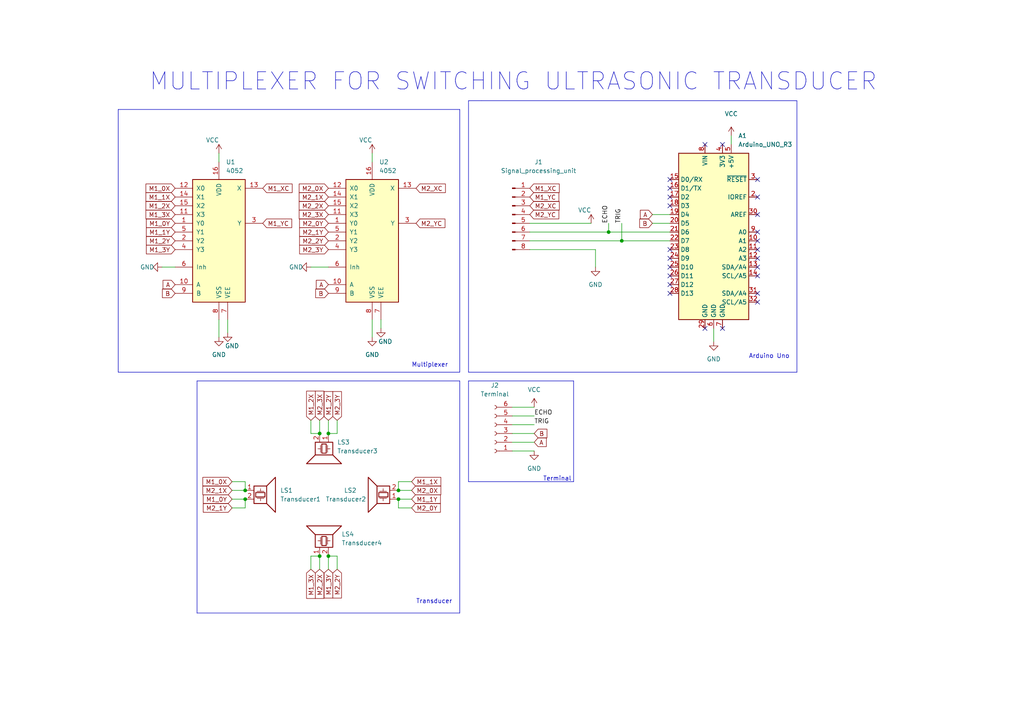
<source format=kicad_sch>
(kicad_sch (version 20230121) (generator eeschema)
  (paper "A4")
  (title_block (title "Multiplexer for switching Ultrasonic Transducers"))
  (lib_symbols
    (symbol "4xxx:4052" (pin_names (offset 1.016))
      (property "Reference" "U" (at -7.62 19.05 0))
      (property "Value" "4052" (at -7.62 -19.05 0))
      (symbol "4052_1_0"
        (pin passive line (at -12.7 5.08 0) (length 5.08) (name "Y0") (number "1"))
        (pin input line (at -12.7 -12.7 0) (length 5.08) (name "A") (number "10"))
        (pin passive line (at -12.7 7.62 0) (length 5.08) (name "X3") (number "11"))
        (pin passive line (at -12.7 15.24 0) (length 5.08) (name "X0") (number "12"))
        (pin passive line (at 12.7 15.24 180) (length 5.08) (name "X") (number "13"))
        (pin passive line (at -12.7 12.7 0) (length 5.08) (name "X1") (number "14"))
        (pin passive line (at -12.7 10.16 0) (length 5.08) (name "X2") (number "15"))
        (pin power_in line (at 0 22.86 270) (length 5.08) (name "VDD") (number "16"))
        (pin passive line (at -12.7 0 0) (length 5.08) (name "Y2") (number "2"))
        (pin passive line (at 12.7 5.08 180) (length 5.08) (name "Y") (number "3"))
        (pin passive line (at -12.7 -2.54 0) (length 5.08) (name "Y3") (number "4"))
        (pin passive line (at -12.7 2.54 0) (length 5.08) (name "Y1") (number "5"))
        (pin input line (at -12.7 -7.62 0) (length 5.08) (name "Inh") (number "6"))
        (pin power_in line (at 2.54 -22.86 90) (length 5.08) (name "VEE") (number "7"))
        (pin power_in line (at 0 -22.86 90) (length 5.08) (name "VSS") (number "8"))
        (pin input line (at -12.7 -15.24 0) (length 5.08) (name "B") (number "9"))
      )
      (symbol "4052_1_1"
        (rectangle (start -7.62 17.78) (end 7.62 -17.78) (stroke (width 0.254)) (fill (type background)))
      )
    )
    (symbol "Connector:Conn_01x06_Female" (pin_names (offset 1.016) hide)
      (property "Reference" "J" (at 0 7.62 0))
      (property "Value" "Conn_01x06_Female" (at 0 -10.16 0))
      (symbol "Conn_01x06_Female_1_1"
        (arc (start 0 -7.112) (mid -0.5058 -7.62) (end 0 -8.128) (stroke (width 0.1524)))
        (arc (start 0 -4.572) (mid -0.5058 -5.08) (end 0 -5.588) (stroke (width 0.1524)))
        (arc (start 0 -2.032) (mid -0.5058 -2.54) (end 0 -3.048) (stroke (width 0.1524)))
        (polyline (pts (xy -1.27 -7.62) (xy -0.508 -7.62)) (stroke (width 0.1524)))
        (polyline (pts (xy -1.27 -5.08) (xy -0.508 -5.08)) (stroke (width 0.1524)))
        (polyline (pts (xy -1.27 -2.54) (xy -0.508 -2.54)) (stroke (width 0.1524)))
        (polyline (pts (xy -1.27 0) (xy -0.508 0)) (stroke (width 0.1524)))
        (polyline (pts (xy -1.27 2.54) (xy -0.508 2.54)) (stroke (width 0.1524)))
        (polyline (pts (xy -1.27 5.08) (xy -0.508 5.08)) (stroke (width 0.1524)))
        (arc (start 0 0.508) (mid -0.5058 0) (end 0 -0.508) (stroke (width 0.1524)))
        (arc (start 0 3.048) (mid -0.5058 2.54) (end 0 2.032) (stroke (width 0.1524)))
        (arc (start 0 5.588) (mid -0.5058 5.08) (end 0 4.572) (stroke (width 0.1524)))
        (pin passive line (at -5.08 5.08 0) (length 3.81) (name "Pin_1") (number "1"))
        (pin passive line (at -5.08 2.54 0) (length 3.81) (name "Pin_2") (number "2"))
        (pin passive line (at -5.08 0 0) (length 3.81) (name "Pin_3") (number "3"))
        (pin passive line (at -5.08 -2.54 0) (length 3.81) (name "Pin_4") (number "4"))
        (pin passive line (at -5.08 -5.08 0) (length 3.81) (name "Pin_5") (number "5"))
        (pin passive line (at -5.08 -7.62 0) (length 3.81) (name "Pin_6") (number "6"))
      )
    )
    (symbol "Connector:Conn_01x08_Male" (pin_names (offset 1.016) hide)
      (property "Reference" "J" (at 0 10.16 0))
      (property "Value" "Conn_01x08_Male" (at 0 -12.7 0))
      (symbol "Conn_01x08_Male_1_1"
        (polyline (pts (xy 1.27 -10.16) (xy 0.8636 -10.16)) (stroke (width 0.1524)))
        (polyline (pts (xy 1.27 -7.62) (xy 0.8636 -7.62)) (stroke (width 0.1524)))
        (polyline (pts (xy 1.27 -5.08) (xy 0.8636 -5.08)) (stroke (width 0.1524)))
        (polyline (pts (xy 1.27 -2.54) (xy 0.8636 -2.54)) (stroke (width 0.1524)))
        (polyline (pts (xy 1.27 0) (xy 0.8636 0)) (stroke (width 0.1524)))
        (polyline (pts (xy 1.27 2.54) (xy 0.8636 2.54)) (stroke (width 0.1524)))
        (polyline (pts (xy 1.27 5.08) (xy 0.8636 5.08)) (stroke (width 0.1524)))
        (polyline (pts (xy 1.27 7.62) (xy 0.8636 7.62)) (stroke (width 0.1524)))
        (rectangle (start 0.8636 -10.033) (end 0 -10.287) (stroke (width 0.1524)) (fill (type outline)))
        (rectangle (start 0.8636 -7.493) (end 0 -7.747) (stroke (width 0.1524)) (fill (type outline)))
        (rectangle (start 0.8636 -4.953) (end 0 -5.207) (stroke (width 0.1524)) (fill (type outline)))
        (rectangle (start 0.8636 -2.413) (end 0 -2.667) (stroke (width 0.1524)) (fill (type outline)))
        (rectangle (start 0.8636 0.127) (end 0 -0.127) (stroke (width 0.1524)) (fill (type outline)))
        (rectangle (start 0.8636 2.667) (end 0 2.413) (stroke (width 0.1524)) (fill (type outline)))
        (rectangle (start 0.8636 5.207) (end 0 4.953) (stroke (width 0.1524)) (fill (type outline)))
        (rectangle (start 0.8636 7.747) (end 0 7.493) (stroke (width 0.1524)) (fill (type outline)))
        (pin passive line (at 5.08 7.62 180) (length 3.81) (name "Pin_1") (number "1"))
        (pin passive line (at 5.08 5.08 180) (length 3.81) (name "Pin_2") (number "2"))
        (pin passive line (at 5.08 2.54 180) (length 3.81) (name "Pin_3") (number "3"))
        (pin passive line (at 5.08 0 180) (length 3.81) (name "Pin_4") (number "4"))
        (pin passive line (at 5.08 -2.54 180) (length 3.81) (name "Pin_5") (number "5"))
        (pin passive line (at 5.08 -5.08 180) (length 3.81) (name "Pin_6") (number "6"))
        (pin passive line (at 5.08 -7.62 180) (length 3.81) (name "Pin_7") (number "7"))
        (pin passive line (at 5.08 -10.16 180) (length 3.81) (name "Pin_8") (number "8"))
      )
    )
    (symbol "Device:Speaker_Ultrasound" (pin_names (offset 0) hide)
      (property "Reference" "LS" (at 0.635 5.715 0))
      (property "Value" "Speaker_Ultrasound" (at 0.635 3.81 0))
      (symbol "Speaker_Ultrasound_0_0"
        (rectangle (start -2.54 1.27) (end 1.143 -3.81) (stroke (width 0.254)))
        (rectangle (start -2.032 -0.635) (end 0.635 -1.905) (stroke (width 0.254)))
        (polyline (pts (xy -1.651 -2.286) (xy 0.381 -2.286)))
        (polyline (pts (xy -1.651 -0.254) (xy 0.381 -0.254)))
        (polyline (pts (xy -0.635 -2.286) (xy -0.635 -3.048)))
        (polyline (pts (xy -0.635 -0.254) (xy -0.635 0.508)))
        (polyline (pts (xy 1.143 1.27) (xy 3.683 3.81) (xy 3.683 -6.35) (xy 1.143 -3.81)) (stroke (width 0.254)))
      )
      (symbol "Speaker_Ultrasound_1_1"
        (pin input line (at -5.08 0 0) (length 2.54) (name "1") (number "1"))
        (pin input line (at -5.08 -2.54 0) (length 2.54) (name "2") (number "2"))
      )
    )
    (symbol "MCU_Module:Arduino_UNO_R3"
      (property "Reference" "A" (at -10.16 23.495 0))
      (property "Value" "Arduino_UNO_R3" (at 5.08 -26.67 0))
      (symbol "Arduino_UNO_R3_0_1"
        (rectangle (start -10.16 22.86) (end 10.16 -25.4) (stroke (width 0.254)) (fill (type background)))
      )
      (symbol "Arduino_UNO_R3_1_1"
        (pin no_connect line (at -10.16 -20.32 0) (length 2.54) hide (name "NC") (number "1"))
        (pin bidirectional line (at 12.7 -2.54 180) (length 2.54) (name "A1") (number "10"))
        (pin bidirectional line (at 12.7 -5.08 180) (length 2.54) (name "A2") (number "11"))
        (pin bidirectional line (at 12.7 -7.62 180) (length 2.54) (name "A3") (number "12"))
        (pin bidirectional line (at 12.7 -10.16 180) (length 2.54) (name "SDA/A4") (number "13"))
        (pin bidirectional line (at 12.7 -12.7 180) (length 2.54) (name "SCL/A5") (number "14"))
        (pin bidirectional line (at -12.7 15.24 0) (length 2.54) (name "D0/RX") (number "15"))
        (pin bidirectional line (at -12.7 12.7 0) (length 2.54) (name "D1/TX") (number "16"))
        (pin bidirectional line (at -12.7 10.16 0) (length 2.54) (name "D2") (number "17"))
        (pin bidirectional line (at -12.7 7.62 0) (length 2.54) (name "D3") (number "18"))
        (pin bidirectional line (at -12.7 5.08 0) (length 2.54) (name "D4") (number "19"))
        (pin output line (at 12.7 10.16 180) (length 2.54) (name "IOREF") (number "2"))
        (pin bidirectional line (at -12.7 2.54 0) (length 2.54) (name "D5") (number "20"))
        (pin bidirectional line (at -12.7 0 0) (length 2.54) (name "D6") (number "21"))
        (pin bidirectional line (at -12.7 -2.54 0) (length 2.54) (name "D7") (number "22"))
        (pin bidirectional line (at -12.7 -5.08 0) (length 2.54) (name "D8") (number "23"))
        (pin bidirectional line (at -12.7 -7.62 0) (length 2.54) (name "D9") (number "24"))
        (pin bidirectional line (at -12.7 -10.16 0) (length 2.54) (name "D10") (number "25"))
        (pin bidirectional line (at -12.7 -12.7 0) (length 2.54) (name "D11") (number "26"))
        (pin bidirectional line (at -12.7 -15.24 0) (length 2.54) (name "D12") (number "27"))
        (pin bidirectional line (at -12.7 -17.78 0) (length 2.54) (name "D13") (number "28"))
        (pin power_in line (at -2.54 -27.94 90) (length 2.54) (name "GND") (number "29"))
        (pin input line (at 12.7 15.24 180) (length 2.54) (name "~{RESET}") (number "3"))
        (pin input line (at 12.7 5.08 180) (length 2.54) (name "AREF") (number "30"))
        (pin bidirectional line (at 12.7 -17.78 180) (length 2.54) (name "SDA/A4") (number "31"))
        (pin bidirectional line (at 12.7 -20.32 180) (length 2.54) (name "SCL/A5") (number "32"))
        (pin power_out line (at 2.54 25.4 270) (length 2.54) (name "3V3") (number "4"))
        (pin power_out line (at 5.08 25.4 270) (length 2.54) (name "+5V") (number "5"))
        (pin power_in line (at 0 -27.94 90) (length 2.54) (name "GND") (number "6"))
        (pin power_in line (at 2.54 -27.94 90) (length 2.54) (name "GND") (number "7"))
        (pin power_in line (at -2.54 25.4 270) (length 2.54) (name "VIN") (number "8"))
        (pin bidirectional line (at 12.7 0 180) (length 2.54) (name "A0") (number "9"))
      )
    )
    (symbol "power:GND" (power) (pin_names (offset 0))
      (property "Value" "GND" (at 0 -3.81 0))
      (symbol "GND_0_1"
        (polyline (pts (xy 0 0) (xy 0 -1.27) (xy 1.27 -1.27) (xy 0 -2.54) (xy -1.27 -1.27) (xy 0 -1.27)))
      )
      (symbol "GND_1_1"
        (pin power_in line (at 0 0 270) (length 0) hide (name "GND") (number "1"))
      )
    )
    (symbol "power:VCC" (power) (pin_names (offset 0))
      (property "Value" "VCC" (at 0 3.81 0))
      (symbol "VCC_0_1"
        (polyline (pts (xy -0.762 1.27) (xy 0 2.54)))
        (polyline (pts (xy 0 0) (xy 0 2.54)))
        (polyline (pts (xy 0 2.54) (xy 0.762 1.27)))
      )
      (symbol "VCC_1_1"
        (pin power_in line (at 0 0 90) (length 0) hide (name "VCC") (number "1"))
      )
    )
  )
  (junction (at 95.25 125.73))
  (junction (at 71.12 144.78))
  (junction (at 115.57 142.24))
  (junction (at 71.12 142.24))
  (junction (at 176.53 67.31))
  (junction (at 115.57 144.78))
  (junction (at 180.34 69.85))
  (junction (at 92.71 161.29))
  (junction (at 92.71 125.73))
  (junction (at 95.25 161.29))
  (no_connect (at 219.71 85.09))
  (no_connect (at 219.71 57.15))
  (no_connect (at 219.71 67.31))
  (no_connect (at 194.31 82.55))
  (no_connect (at 204.47 95.25))
  (no_connect (at 219.71 62.23))
  (no_connect (at 194.31 77.47))
  (no_connect (at 219.71 77.47))
  (no_connect (at 194.31 54.61))
  (no_connect (at 194.31 59.69))
  (no_connect (at 219.71 72.39))
  (no_connect (at 194.31 57.15))
  (no_connect (at 209.55 95.25))
  (no_connect (at 209.55 41.91))
  (no_connect (at 194.31 52.07))
  (no_connect (at 219.71 52.07))
  (no_connect (at 219.71 74.93))
  (no_connect (at 219.71 87.63))
  (no_connect (at 219.71 80.01))
  (no_connect (at 194.31 85.09))
  (no_connect (at 204.47 41.91))
  (no_connect (at 194.31 72.39))
  (no_connect (at 194.31 80.01))
  (no_connect (at 219.71 69.85))
  (no_connect (at 194.31 74.93))
  (polyline (pts (xy 34.29 33.02) (xy 34.29 107.95)))
  (polyline (pts (xy 135.89 107.95) (xy 231.14 107.95)))
  (wire (pts (xy 115.57 142.24) (xy 119.38 142.24)))
  (wire (pts (xy 180.34 64.77) (xy 180.34 69.85)))
  (wire (pts (xy 92.71 165.1) (xy 92.71 161.29)))
  (wire (pts (xy 153.67 67.31) (xy 176.53 67.31)))
  (wire (pts (xy 90.17 161.29) (xy 92.71 161.29)))
  (wire (pts (xy 97.79 161.29) (xy 95.25 161.29)))
  (wire (pts (xy 67.31 147.32) (xy 71.12 147.32)))
  (wire (pts (xy 95.25 161.29) (xy 95.25 165.1)))
  (wire (pts (xy 153.67 69.85) (xy 180.34 69.85)))
  (wire (pts (xy 67.31 142.24) (xy 71.12 142.24)))
  (wire (pts (xy 119.38 144.78) (xy 115.57 144.78)))
  (wire (pts (xy 66.04 92.71) (xy 66.04 96.52)))
  (wire (pts (xy 63.5 92.71) (xy 63.5 97.79)))
  (wire (pts (xy 148.59 123.19) (xy 154.94 123.19)))
  (polyline (pts (xy 133.35 110.49) (xy 133.35 177.8)))
  (wire (pts (xy 115.57 139.7) (xy 115.57 142.24)))
  (wire (pts (xy 71.12 139.7) (xy 71.12 142.24)))
  (wire (pts (xy 119.38 139.7) (xy 115.57 139.7)))
  (wire (pts (xy 119.38 147.32) (xy 115.57 147.32)))
  (wire (pts (xy 153.67 64.77) (xy 171.45 64.77)))
  (wire (pts (xy 63.5 44.45) (xy 63.5 46.99)))
  (wire (pts (xy 180.34 69.85) (xy 194.31 69.85)))
  (wire (pts (xy 97.79 165.1) (xy 97.79 161.29)))
  (wire (pts (xy 107.95 44.45) (xy 107.95 46.99)))
  (polyline (pts (xy 34.29 31.75) (xy 34.29 33.02)))
  (polyline (pts (xy 231.14 29.21) (xy 231.14 107.95)))
  (wire (pts (xy 212.09 39.37) (xy 212.09 41.91)))
  (wire (pts (xy 71.12 147.32) (xy 71.12 144.78)))
  (wire (pts (xy 92.71 121.92) (xy 92.71 125.73)))
  (polyline (pts (xy 135.89 110.49) (xy 166.37 110.49)))
  (wire (pts (xy 90.17 121.92) (xy 90.17 125.73)))
  (wire (pts (xy 207.01 95.25) (xy 207.01 99.06)))
  (polyline (pts (xy 133.35 107.95) (xy 133.35 31.75)))
  (polyline (pts (xy 135.89 107.95) (xy 135.89 29.21)))
  (wire (pts (xy 148.59 128.27) (xy 154.94 128.27)))
  (wire (pts (xy 97.79 121.92) (xy 97.79 125.73)))
  (wire (pts (xy 176.53 67.31) (xy 194.31 67.31)))
  (wire (pts (xy 90.17 165.1) (xy 90.17 161.29)))
  (wire (pts (xy 172.72 72.39) (xy 172.72 77.47)))
  (wire (pts (xy 90.17 77.47) (xy 95.25 77.47)))
  (wire (pts (xy 176.53 64.77) (xy 176.53 67.31)))
  (wire (pts (xy 67.31 144.78) (xy 71.12 144.78)))
  (polyline (pts (xy 57.15 110.49) (xy 57.15 177.8)))
  (wire (pts (xy 67.31 139.7) (xy 71.12 139.7)))
  (polyline (pts (xy 135.89 110.49) (xy 135.89 139.7)))
  (polyline (pts (xy 133.35 31.75) (xy 34.29 31.75)))
  (polyline (pts (xy 135.89 29.21) (xy 139.7 29.21)))
  (wire (pts (xy 148.59 125.73) (xy 154.94 125.73)))
  (polyline (pts (xy 166.37 110.49) (xy 166.37 139.7)))
  (wire (pts (xy 194.31 64.77) (xy 189.23 64.77)))
  (polyline (pts (xy 133.35 177.8) (xy 57.15 177.8)))
  (wire (pts (xy 110.49 95.25) (xy 110.49 92.71)))
  (wire (pts (xy 90.17 125.73) (xy 92.71 125.73)))
  (polyline (pts (xy 34.29 107.95) (xy 133.35 107.95)))
  (wire (pts (xy 153.67 72.39) (xy 172.72 72.39)))
  (wire (pts (xy 115.57 147.32) (xy 115.57 144.78)))
  (wire (pts (xy 95.25 121.92) (xy 95.25 125.73)))
  (wire (pts (xy 97.79 125.73) (xy 95.25 125.73)))
  (wire (pts (xy 46.99 77.47) (xy 50.8 77.47)))
  (wire (pts (xy 194.31 62.23) (xy 189.23 62.23)))
  (wire (pts (xy 148.59 130.81) (xy 154.94 130.81)))
  (polyline (pts (xy 139.7 29.21) (xy 231.14 29.21)))
  (polyline (pts (xy 57.15 110.49) (xy 133.35 110.49)))
  (wire (pts (xy 154.94 120.65) (xy 148.59 120.65)))
  (polyline (pts (xy 166.37 139.7) (xy 135.89 139.7)))
  (wire (pts (xy 107.95 92.71) (xy 107.95 97.79)))
  (wire (pts (xy 148.59 118.11) (xy 154.94 118.11)))
  (text "Arduino Uno " (at 217.17 104.14 0) (effects (font (size 1.27 1.27)) (justify left bottom)))
  (text "Multiplexer\n" (at 119.38 106.68 0) (effects (font (size 1.27 1.27)) (justify left bottom)))
  (text "MULTIPLEXER FOR SWITCHING ULTRASONIC TRANSDUCER" (at 43.18 26.67 0) (effects (font (size 5 5)) (justify left bottom)))
  (text "Terminal" (at 157.48 139.7 0) (effects (font (size 1.27 1.27)) (justify left bottom)))
  (text "Transducer" (at 120.65 175.26 0) (effects (font (size 1.27 1.27)) (justify left bottom)))
  (label "TRIG" (at 154.94 123.19 0))
  (label "ECHO" (at 154.94 120.65 0))
  (label "ECHO" (at 176.53 64.77 90))
  (label "TRIG" (at 180.34 64.77 90))
  (global_label "M2_0Y" (shape input) (at 95.25 64.77 180) (property "Intersheetrefs" "${INTERSHEET_REFS}" (effects hide)))
  (global_label "M2_3Y" (shape input) (at 95.25 72.39 180) (property "Intersheetrefs" "${INTERSHEET_REFS}" (effects hide)))
  (global_label "B" (shape input) (at 95.25 85.09 180) (property "Intersheetrefs" "${INTERSHEET_REFS}" (effects hide)))
  (global_label "M1_1X" (shape input) (at 119.38 139.7 0) (property "Intersheetrefs" "${INTERSHEET_REFS}" (effects hide)))
  (global_label "M1_0X" (shape input) (at 50.8 54.61 180) (property "Intersheetrefs" "${INTERSHEET_REFS}" (effects hide)))
  (global_label "A" (shape input) (at 50.8 82.55 180) (property "Intersheetrefs" "${INTERSHEET_REFS}" (effects hide)))
  (global_label "M1_3Y" (shape input) (at 50.8 72.39 180) (property "Intersheetrefs" "${INTERSHEET_REFS}" (effects hide)))
  (global_label "M2_0X" (shape input) (at 95.25 54.61 180) (property "Intersheetrefs" "${INTERSHEET_REFS}" (effects hide)))
  (global_label "B" (shape input) (at 50.8 85.09 180) (property "Intersheetrefs" "${INTERSHEET_REFS}" (effects hide)))
  (global_label "B" (shape input) (at 189.23 64.77 180) (property "Intersheetrefs" "${INTERSHEET_REFS}" (effects hide)))
  (global_label "A" (shape input) (at 95.25 82.55 180) (property "Intersheetrefs" "${INTERSHEET_REFS}" (effects hide)))
  (global_label "M2_XC" (shape input) (at 120.65 54.61 0) (property "Intersheetrefs" "${INTERSHEET_REFS}" (effects hide)))
  (global_label "M2_XC" (shape input) (at 153.67 59.69 0) (property "Intersheetrefs" "${INTERSHEET_REFS}" (effects hide)))
  (global_label "M1_YC" (shape input) (at 76.2 64.77 0) (property "Intersheetrefs" "${INTERSHEET_REFS}" (effects hide)))
  (global_label "M1_1Y" (shape input) (at 119.38 144.78 0) (property "Intersheetrefs" "${INTERSHEET_REFS}" (effects hide)))
  (global_label "M1_3X" (shape input) (at 50.8 62.23 180) (property "Intersheetrefs" "${INTERSHEET_REFS}" (effects hide)))
  (global_label "M1_XC" (shape input) (at 76.2 54.61 0) (property "Intersheetrefs" "${INTERSHEET_REFS}" (effects hide)))
  (global_label "M2_2X" (shape input) (at 92.71 165.1 270) (property "Intersheetrefs" "${INTERSHEET_REFS}" (effects hide)))
  (global_label "A" (shape input) (at 189.23 62.23 180) (property "Intersheetrefs" "${INTERSHEET_REFS}" (effects hide)))
  (global_label "M1_XC" (shape input) (at 153.67 54.61 0) (property "Intersheetrefs" "${INTERSHEET_REFS}" (effects hide)))
  (global_label "M1_YC" (shape input) (at 153.67 57.15 0) (property "Intersheetrefs" "${INTERSHEET_REFS}" (effects hide)))
  (global_label "M2_3X" (shape input) (at 95.25 62.23 180) (property "Intersheetrefs" "${INTERSHEET_REFS}" (effects hide)))
  (global_label "M1_2X" (shape input) (at 50.8 59.69 180) (property "Intersheetrefs" "${INTERSHEET_REFS}" (effects hide)))
  (global_label "M1_1Y" (shape input) (at 50.8 67.31 180) (property "Intersheetrefs" "${INTERSHEET_REFS}" (effects hide)))
  (global_label "M2_2Y" (shape input) (at 95.25 69.85 180) (property "Intersheetrefs" "${INTERSHEET_REFS}" (effects hide)))
  (global_label "M2_1X" (shape input) (at 95.25 57.15 180) (property "Intersheetrefs" "${INTERSHEET_REFS}" (effects hide)))
  (global_label "M1_0X" (shape input) (at 67.31 139.7 180) (property "Intersheetrefs" "${INTERSHEET_REFS}" (effects hide)))
  (global_label "M1_3X" (shape input) (at 90.17 165.1 270) (property "Intersheetrefs" "${INTERSHEET_REFS}" (effects hide)))
  (global_label "M1_2Y" (shape input) (at 95.25 121.92 90) (property "Intersheetrefs" "${INTERSHEET_REFS}" (effects hide)))
  (global_label "M1_0Y" (shape input) (at 50.8 64.77 180) (property "Intersheetrefs" "${INTERSHEET_REFS}" (effects hide)))
  (global_label "M2_2Y" (shape input) (at 97.79 165.1 270) (property "Intersheetrefs" "${INTERSHEET_REFS}" (effects hide)))
  (global_label "M2_3X" (shape input) (at 92.71 121.92 90) (property "Intersheetrefs" "${INTERSHEET_REFS}" (effects hide)))
  (global_label "M1_2X" (shape input) (at 90.17 121.92 90) (property "Intersheetrefs" "${INTERSHEET_REFS}" (effects hide)))
  (global_label "M2_1X" (shape input) (at 67.31 142.24 180) (property "Intersheetrefs" "${INTERSHEET_REFS}" (effects hide)))
  (global_label "M2_1Y" (shape input) (at 67.31 147.32 180) (property "Intersheetrefs" "${INTERSHEET_REFS}" (effects hide)))
  (global_label "M2_YC" (shape input) (at 120.65 64.77 0) (property "Intersheetrefs" "${INTERSHEET_REFS}" (effects hide)))
  (global_label "B" (shape input) (at 154.94 125.73 0) (property "Intersheetrefs" "${INTERSHEET_REFS}" (effects hide)))
  (global_label "M2_2X" (shape input) (at 95.25 59.69 180) (property "Intersheetrefs" "${INTERSHEET_REFS}" (effects hide)))
  (global_label "A" (shape input) (at 154.94 128.27 0) (property "Intersheetrefs" "${INTERSHEET_REFS}" (effects hide)))
  (global_label "M1_3Y" (shape input) (at 95.25 165.1 270) (property "Intersheetrefs" "${INTERSHEET_REFS}" (effects hide)))
  (global_label "M2_1Y" (shape input) (at 95.25 67.31 180) (property "Intersheetrefs" "${INTERSHEET_REFS}" (effects hide)))
  (global_label "M2_0Y" (shape input) (at 119.38 147.32 0) (property "Intersheetrefs" "${INTERSHEET_REFS}" (effects hide)))
  (global_label "M2_3Y" (shape input) (at 97.79 121.92 90) (property "Intersheetrefs" "${INTERSHEET_REFS}" (effects hide)))
  (global_label "M1_0Y" (shape input) (at 67.31 144.78 180) (property "Intersheetrefs" "${INTERSHEET_REFS}" (effects hide)))
  (global_label "M2_YC" (shape input) (at 153.67 62.23 0) (property "Intersheetrefs" "${INTERSHEET_REFS}" (effects hide)))
  (global_label "M1_1X" (shape input) (at 50.8 57.15 180) (property "Intersheetrefs" "${INTERSHEET_REFS}" (effects hide)))
  (global_label "M2_0X" (shape input) (at 119.38 142.24 0) (property "Intersheetrefs" "${INTERSHEET_REFS}" (effects hide)))
  (global_label "M1_2Y" (shape input) (at 50.8 69.85 180) (property "Intersheetrefs" "${INTERSHEET_REFS}" (effects hide)))
  (symbol (lib_id "4xxx:4052") (at 63.5 69.85 0) (unit 1)
    (property "Reference" "U1" (at 65.5194 46.99 0) (effects (justify left)))
    (property "Value" "4052" (at 65.5194 49.53 0) (effects (justify left)))
    (property "Datasheet" "http://www.intersil.com/content/dam/Intersil/documents/cd40/cd4051bms-52bms-53bms.pdf" (effects hide))
  )
  (symbol (lib_id "power:VCC") (at 171.45 64.77 0) (unit 1)
    (property "Reference" "#PWR0114" (effects hide))
    (property "Value" "VCC" (at 167.64 60.96 0) (effects (justify left)))
  )
  (symbol (lib_id "power:GND") (at 63.5 97.79 0) (unit 1)
    (property "Reference" "#PWR0113" (effects hide))
    (property "Value" "GND" (at 63.5 102.87 0))
  )
  (symbol (lib_id "Connector:Conn_01x06_Female") (at 143.51 125.73 180) (unit 1)
    (property "Reference" "J2" (at 143.51 111.76 0))
    (property "Value" "Terminal" (at 143.51 114.3 0))
  )
  (symbol (lib_id "power:VCC") (at 63.5 44.45 0) (unit 1)
    (property "Reference" "#PWR0111" (effects hide))
    (property "Value" "VCC" (at 59.69 40.64 0) (effects (justify left)))
  )
  (symbol (lib_id "Device:Speaker_Ultrasound") (at 110.49 144.78 180) (unit 1)
    (property "Reference" "LS2" (at 101.6 142.24 0))
    (property "Value" "Transducer2" (at 100.33 144.78 0))
  )
  (symbol (lib_id "power:GND") (at 46.99 77.47 270) (unit 1)
    (property "Reference" "#PWR0112" (effects hide))
    (property "Value" "GND" (at 40.64 77.47 90) (effects (justify left)))
  )
  (symbol (lib_id "Device:Speaker_Ultrasound") (at 92.71 156.21 90) (unit 1)
    (property "Reference" "LS4" (at 99.06 154.94 90) (effects (justify right)))
    (property "Value" "Transducer4" (at 99.06 157.48 90) (effects (justify right)))
  )
  (symbol (lib_id "Connector:Conn_01x08_Male") (at 148.59 62.23 0) (unit 1)
    (property "Reference" "J1" (at 156.21 46.99 0))
    (property "Value" "Signal_processing_unit" (at 156.21 49.53 0))
  )
  (symbol (lib_id "Device:Speaker_Ultrasound") (at 76.2 142.24 0) (unit 1)
    (property "Reference" "LS1" (at 81.28 142.2399 0) (effects (justify left)))
    (property "Value" "Transducer1" (at 81.28 144.7799 0) (effects (justify left)))
  )
  (symbol (lib_id "power:VCC") (at 154.94 118.11 0) (unit 1)
    (property "Reference" "#PWR0104" (effects hide))
    (property "Value" "VCC" (at 154.94 113.03 0))
  )
  (symbol (lib_id "power:VCC") (at 107.95 44.45 0) (unit 1)
    (property "Reference" "#PWR0108" (effects hide))
    (property "Value" "VCC" (at 104.14 40.64 0) (effects (justify left)))
  )
  (symbol (lib_id "power:GND") (at 90.17 77.47 270) (unit 1)
    (property "Reference" "#PWR0110" (effects hide))
    (property "Value" "GND" (at 83.82 77.47 90) (effects (justify left)))
  )
  (symbol (lib_id "power:GND") (at 172.72 77.47 0) (unit 1)
    (property "Reference" "#PWR0101" (effects hide))
    (property "Value" "GND" (at 172.72 82.55 0))
  )
  (symbol (lib_id "power:GND") (at 207.01 99.06 0) (unit 1)
    (property "Reference" "#PWR0106" (effects hide))
    (property "Value" "GND" (at 207.01 104.14 0))
  )
  (symbol (lib_id "power:GND") (at 110.49 95.25 0) (unit 1)
    (property "Reference" "#PWR0103" (effects hide))
    (property "Value" "GND" (at 111.76 99.06 0))
  )
  (symbol (lib_id "power:GND") (at 154.94 130.81 0) (unit 1)
    (property "Reference" "#PWR0105" (effects hide))
    (property "Value" "GND" (at 154.94 135.89 0))
  )
  (symbol (lib_id "power:GND") (at 107.95 97.79 0) (unit 1)
    (property "Reference" "#PWR0102" (effects hide))
    (property "Value" "GND" (at 107.95 102.87 0))
  )
  (symbol (lib_id "4xxx:4052") (at 107.95 69.85 0) (unit 1)
    (property "Reference" "U2" (at 109.9694 46.99 0) (effects (justify left)))
    (property "Value" "4052" (at 109.9694 49.53 0) (effects (justify left)))
    (property "Datasheet" "http://www.intersil.com/content/dam/Intersil/documents/cd40/cd4051bms-52bms-53bms.pdf" (effects hide))
  )
  (symbol (lib_id "power:VCC") (at 212.09 39.37 0) (unit 1)
    (property "Reference" "#PWR0107" (effects hide))
    (property "Value" "VCC" (at 212.09 33.02 0))
  )
  (symbol (lib_id "MCU_Module:Arduino_UNO_R3") (at 207.01 67.31 0) (unit 1)
    (property "Reference" "A1" (at 214.1094 39.37 0) (effects (justify left)))
    (property "Value" "Arduino_UNO_R3" (at 214.1094 41.91 0) (effects (justify left)))
    (property "Footprint" "Module:Arduino_UNO_R3" (effects hide))
    (property "Datasheet" "https://www.arduino.cc/en/Main/arduinoBoardUno" (effects hide))
  )
  (symbol (lib_id "Device:Speaker_Ultrasound") (at 95.25 130.81 270) (unit 1)
    (property "Reference" "LS3" (at 97.79 128.27 90) (effects (justify left)))
    (property "Value" "Transducer3" (at 97.79 130.81 90) (effects (justify left)))
  )
  (symbol (lib_id "power:GND") (at 66.04 96.52 0) (unit 1)
    (property "Reference" "#PWR0109" (effects hide))
    (property "Value" "GND" (at 67.31 100.33 0))
  )
)
</source>
